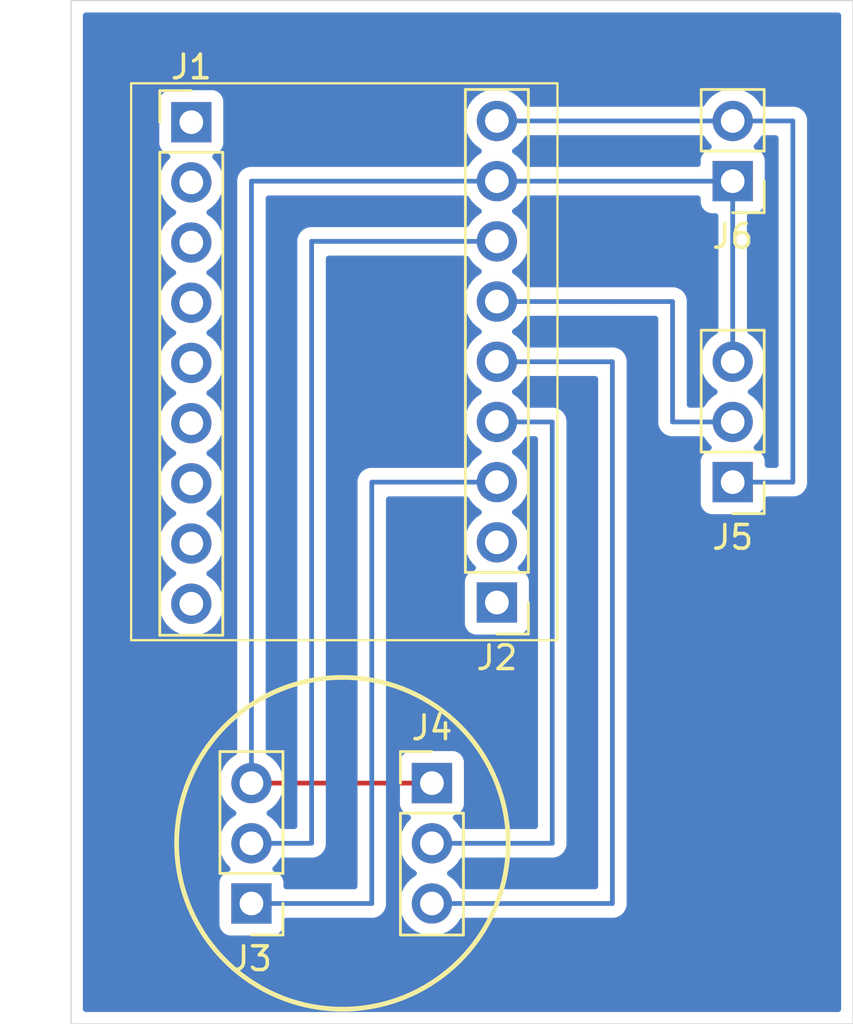
<source format=kicad_pcb>
(kicad_pcb (version 20240108) (generator "pcbnew") (generator_version "8.0")
  (layers (0 "F.Cu" signal) (31 "B.Cu" signal) (34 "B.Paste" user) (35 "F.Paste" user) (36 "B.SilkS" user "B.Silkscreen") (37 "F.SilkS" user "F.Silkscreen") (38 "B.Mask" user) (39 "F.Mask" user) (44 "Edge.Cuts" user))
  (net 0 "")
  (net 1 "/TX")
  (net 2 "/RX")
  (net 3 "/3")
  (net 4 "/4")
  (net 5 "/7")
  (net 6 "/5")
  (net 7 "/1")
  (net 8 "/6")
  (net 9 "/2")
  (net 10 "/8")
  (net 11 "/5V")
  (net 12 "/13")
  (net 13 "/GND")
  (net 14 "/10")
  (net 15 "/11")
  (net 16 "/9")
  (net 17 "/3V3")
  (net 18 "/12")
  (footprint "Connector_PinHeader_2.54mm:PinHeader_1x03_P2.54mm_Vertical" (layer "F.Cu") (at 127 83.82 180)
    (property "Reference" "J5" (at 0 -2.33 180) (layer "F.SilkS"))
    (property "Value" "Tira LED")
    (fp_line (start 1.33 1.27) (end 1.33 6.41) (stroke (width 0.12)) (layer "F.SilkS"))
    (fp_line (start -1.33 6.41) (end 1.33 6.41) (stroke (width 0.12)) (layer "F.SilkS"))
    (fp_line (start -1.33 1.27) (end 1.33 1.27) (stroke (width 0.12)) (layer "F.SilkS"))
    (fp_line (start -1.33 1.27) (end -1.33 6.41) (stroke (width 0.12)) (layer "F.SilkS"))
    (fp_line (start -1.33 0) (end -1.33 -1.33) (stroke (width 0.12)) (layer "F.SilkS"))
    (fp_line (start -1.33 -1.33) (end 0 -1.33) (stroke (width 0.12)) (layer "F.SilkS"))
    (pad "1" thru_hole rect (at 0 0 180) (size 1.7 1.7) (drill 1) (layers "*.Cu" "*.Mask") (net 11 "/5V"))
    (pad "2" thru_hole oval (at 0 2.54 180) (size 1.7 1.7) (drill 1) (layers "*.Cu" "*.Mask") (net 12 "/13"))
    (pad "3" thru_hole oval (at 0 5.08 180) (size 1.7 1.7) (drill 1) (layers "*.Cu" "*.Mask") (net 13 "/GND"))
  )
  (footprint "Connector_PinHeader_2.54mm:PinHeader_1x02_P2.54mm_Vertical" (layer "F.Cu") (at 127 71.12 180)
    (property "Reference" "J6" (at 0 -2.33 180) (layer "F.SilkS"))
    (property "Value" "Alimentacion")
    (fp_line (start 1.33 1.27) (end 1.33 3.87) (stroke (width 0.12)) (layer "F.SilkS"))
    (fp_line (start -1.33 3.87) (end 1.33 3.87) (stroke (width 0.12)) (layer "F.SilkS"))
    (fp_line (start -1.33 1.27) (end 1.33 1.27) (stroke (width 0.12)) (layer "F.SilkS"))
    (fp_line (start -1.33 1.27) (end -1.33 3.87) (stroke (width 0.12)) (layer "F.SilkS"))
    (fp_line (start -1.33 0) (end -1.33 -1.33) (stroke (width 0.12)) (layer "F.SilkS"))
    (fp_line (start -1.33 -1.33) (end 0 -1.33) (stroke (width 0.12)) (layer "F.SilkS"))
    (pad "1" thru_hole rect (at 0 0 180) (size 1.7 1.7) (drill 1) (layers "*.Cu" "*.Mask") (net 13 "/GND"))
    (pad "2" thru_hole oval (at 0 2.54 180) (size 1.7 1.7) (drill 1) (layers "*.Cu" "*.Mask") (net 11 "/5V"))
  )
  (footprint "Connector_PinHeader_2.54mm:PinHeader_1x03_P2.54mm_Vertical" (layer "F.Cu") (at 114.3 96.52)
    (property "Reference" "J4" (at 0 -2.33 0) (layer "F.SilkS"))
    (property "Value" "INMP4144 D")
    (fp_line (start -1.33 -1.33) (end 0 -1.33) (stroke (width 0.12)) (layer "F.SilkS"))
    (fp_line (start -1.33 0) (end -1.33 -1.33) (stroke (width 0.12)) (layer "F.SilkS"))
    (fp_line (start -1.33 1.27) (end -1.33 6.41) (stroke (width 0.12)) (layer "F.SilkS"))
    (fp_line (start -1.33 1.27) (end 1.33 1.27) (stroke (width 0.12)) (layer "F.SilkS"))
    (fp_line (start -1.33 6.41) (end 1.33 6.41) (stroke (width 0.12)) (layer "F.SilkS"))
    (fp_line (start 1.33 1.27) (end 1.33 6.41) (stroke (width 0.12)) (layer "F.SilkS"))
    (pad "1" thru_hole rect (at 0 0) (size 1.7 1.7) (drill 1) (layers "*.Cu" "*.Mask") (net 13 "/GND"))
    (pad "2" thru_hole oval (at 0 2.54) (size 1.7 1.7) (drill 1) (layers "*.Cu" "*.Mask") (net 15 "/11"))
    (pad "3" thru_hole oval (at 0 5.08) (size 1.7 1.7) (drill 1) (layers "*.Cu" "*.Mask") (net 18 "/12"))
  )
  (footprint "Connector_PinHeader_2.54mm:PinHeader_1x03_P2.54mm_Vertical" (layer "F.Cu") (at 106.68 101.6 180)
    (property "Reference" "J3" (at 0 -2.33 180) (layer "F.SilkS"))
    (property "Value" "INMP4144 I")
    (fp_line (start 1.33 1.27) (end 1.33 6.41) (stroke (width 0.12)) (layer "F.SilkS"))
    (fp_line (start -1.33 6.41) (end 1.33 6.41) (stroke (width 0.12)) (layer "F.SilkS"))
    (fp_line (start -1.33 1.27) (end 1.33 1.27) (stroke (width 0.12)) (layer "F.SilkS"))
    (fp_line (start -1.33 1.27) (end -1.33 6.41) (stroke (width 0.12)) (layer "F.SilkS"))
    (fp_line (start -1.33 0) (end -1.33 -1.33) (stroke (width 0.12)) (layer "F.SilkS"))
    (fp_line (start -1.33 -1.33) (end 0 -1.33) (stroke (width 0.12)) (layer "F.SilkS"))
    (pad "1" thru_hole rect (at 0 0 180) (size 1.7 1.7) (drill 1) (layers "*.Cu" "*.Mask") (net 14 "/10"))
    (pad "2" thru_hole oval (at 0 2.54 180) (size 1.7 1.7) (drill 1) (layers "*.Cu" "*.Mask") (net 17 "/3V3"))
    (pad "3" thru_hole oval (at 0 5.08 180) (size 1.7 1.7) (drill 1) (layers "*.Cu" "*.Mask") (net 13 "/GND"))
  )
  (footprint "Connector_PinHeader_2.54mm:PinHeader_1x09_P2.54mm_Vertical" (layer "F.Cu") (at 104.14 68.6308)
    (property "Reference" "J1" (at 0 -2.33 0) (layer "F.SilkS"))
    (property "Value" "ESP32S3 SuperMini I")
    (fp_line (start -1.33 -1.33) (end 0 -1.33) (stroke (width 0.12)) (layer "F.SilkS"))
    (fp_line (start -1.33 0) (end -1.33 -1.33) (stroke (width 0.12)) (layer "F.SilkS"))
    (fp_line (start -1.33 1.27) (end -1.33 21.65) (stroke (width 0.12)) (layer "F.SilkS"))
    (fp_line (start -1.33 1.27) (end 1.33 1.27) (stroke (width 0.12)) (layer "F.SilkS"))
    (fp_line (start -1.33 21.65) (end 1.33 21.65) (stroke (width 0.12)) (layer "F.SilkS"))
    (fp_line (start 1.33 1.27) (end 1.33 21.65) (stroke (width 0.12)) (layer "F.SilkS"))
    (pad "1" thru_hole rect (at 0 0) (size 1.7 1.7) (drill 1) (layers "*.Cu" "*.Mask") (net 1 "/TX"))
    (pad "2" thru_hole oval (at 0 2.54) (size 1.7 1.7) (drill 1) (layers "*.Cu" "*.Mask") (net 2 "/RX"))
    (pad "3" thru_hole oval (at 0 5.08) (size 1.7 1.7) (drill 1) (layers "*.Cu" "*.Mask") (net 7 "/1"))
    (pad "4" thru_hole oval (at 0 7.62) (size 1.7 1.7) (drill 1) (layers "*.Cu" "*.Mask") (net 9 "/2"))
    (pad "5" thru_hole oval (at 0 10.16) (size 1.7 1.7) (drill 1) (layers "*.Cu" "*.Mask") (net 3 "/3"))
    (pad "6" thru_hole oval (at 0 12.7) (size 1.7 1.7) (drill 1) (layers "*.Cu" "*.Mask") (net 4 "/4"))
    (pad "7" thru_hole oval (at 0 15.24) (size 1.7 1.7) (drill 1) (layers "*.Cu" "*.Mask") (net 6 "/5"))
    (pad "8" thru_hole oval (at 0 17.78) (size 1.7 1.7) (drill 1) (layers "*.Cu" "*.Mask") (net 8 "/6"))
    (pad "9" thru_hole oval (at 0 20.32) (size 1.7 1.7) (drill 1) (layers "*.Cu" "*.Mask") (net 5 "/7"))
  )
  (footprint "Connector_PinHeader_2.54mm:PinHeader_1x09_P2.54mm_Vertical" (layer "F.Cu") (at 117.0432 88.9 180)
    (property "Reference" "J2" (at 0 -2.33 180) (layer "F.SilkS"))
    (property "Value" "ESP32S3 SuperMini D")
    (fp_line (start 1.33 1.27) (end 1.33 21.65) (stroke (width 0.12)) (layer "F.SilkS"))
    (fp_line (start -1.33 21.65) (end 1.33 21.65) (stroke (width 0.12)) (layer "F.SilkS"))
    (fp_line (start -1.33 1.27) (end 1.33 1.27) (stroke (width 0.12)) (layer "F.SilkS"))
    (fp_line (start -1.33 1.27) (end -1.33 21.65) (stroke (width 0.12)) (layer "F.SilkS"))
    (fp_line (start -1.33 0) (end -1.33 -1.33) (stroke (width 0.12)) (layer "F.SilkS"))
    (fp_line (start -1.33 -1.33) (end 0 -1.33) (stroke (width 0.12)) (layer "F.SilkS"))
    (pad "1" thru_hole rect (at 0 0 180) (size 1.7 1.7) (drill 1) (layers "*.Cu" "*.Mask") (net 10 "/8"))
    (pad "2" thru_hole oval (at 0 2.54 180) (size 1.7 1.7) (drill 1) (layers "*.Cu" "*.Mask") (net 16 "/9"))
    (pad "3" thru_hole oval (at 0 5.08 180) (size 1.7 1.7) (drill 1) (layers "*.Cu" "*.Mask") (net 14 "/10"))
    (pad "4" thru_hole oval (at 0 7.62 180) (size 1.7 1.7) (drill 1) (layers "*.Cu" "*.Mask") (net 15 "/11"))
    (pad "5" thru_hole oval (at 0 10.16 180) (size 1.7 1.7) (drill 1) (layers "*.Cu" "*.Mask") (net 18 "/12"))
    (pad "6" thru_hole oval (at 0 12.7 180) (size 1.7 1.7) (drill 1) (layers "*.Cu" "*.Mask") (net 12 "/13"))
    (pad "7" thru_hole oval (at 0 15.24 180) (size 1.7 1.7) (drill 1) (layers "*.Cu" "*.Mask") (net 17 "/3V3"))
    (pad "8" thru_hole oval (at 0 17.78 180) (size 1.7 1.7) (drill 1) (layers "*.Cu" "*.Mask") (net 13 "/GND"))
    (pad "9" thru_hole oval (at 0 20.32 180) (size 1.7 1.7) (drill 1) (layers "*.Cu" "*.Mask") (net 11 "/5V"))
  )
  (gr_rect (start 101.6 66.99) (end 119.6 90.49) (stroke (width 0.1)) (fill none) (layer "F.SilkS"))
  (gr_circle (center 110.52 99.06) (end 117.52 99.06) (stroke (width 0.2)) (fill none) (layer "F.SilkS"))
  (gr_rect (start 99.06 63.5) (end 132.08 106.68) (stroke (width 0.05)) (fill none) (layer "Edge.Cuts"))
  (segment (start 129.54 83.82) (end 129.54 68.58) (width 0.2) (layer "B.Cu") (net 11))
  (segment (start 127 68.58) (end 117.0432 68.58) (width 0.2) (layer "B.Cu") (net 11))
  (segment (start 127 83.82) (end 129.54 83.82) (width 0.2) (layer "B.Cu") (net 11))
  (segment (start 129.54 68.58) (end 127 68.58) (width 0.2) (layer "B.Cu") (net 11))
  (segment (start 124.46 81.28) (end 127 81.28) (width 0.2) (layer "B.Cu") (net 12))
  (segment (start 124.46 76.2) (end 124.46 81.28) (width 0.2) (layer "B.Cu") (net 12))
  (segment (start 121.92 76.2) (end 117.0432 76.2) (width 0.2) (layer "B.Cu") (net 12))
  (segment (start 121.92 76.2) (end 124.46 76.2) (width 0.2) (layer "B.Cu") (net 12))
  (segment (start 114.3 96.52) (end 106.68 96.52) (width 0.2) (layer "F.Cu") (net 13))
  (segment (start 127 71.12) (end 117.0432 71.12) (width 0.2) (layer "B.Cu") (net 13))
  (segment (start 127 71.12) (end 127 78.74) (width 0.2) (layer "B.Cu") (net 13))
  (segment (start 106.68 96.52) (end 106.68 71.12) (width 0.2) (layer "B.Cu") (net 13))
  (segment (start 106.68 71.12) (end 117.0432 71.12) (width 0.2) (layer "B.Cu") (net 13))
  (segment (start 111.76 83.82) (end 111.76 101.6) (width 0.2) (layer "B.Cu") (net 14))
  (segment (start 111.76 101.6) (end 106.68 101.6) (width 0.2) (layer "B.Cu") (net 14))
  (segment (start 117.0432 83.82) (end 111.76 83.82) (width 0.2) (layer "B.Cu") (net 14))
  (segment (start 119.38 99.06) (end 119.38 81.28) (width 0.2) (layer "B.Cu") (net 15))
  (segment (start 119.38 81.28) (end 117.0432 81.28) (width 0.2) (layer "B.Cu") (net 15))
  (segment (start 119.38 99.06) (end 114.3 99.06) (width 0.2) (layer "B.Cu") (net 15))
  (segment (start 109.22 73.66) (end 109.22 99.06) (width 0.2) (layer "B.Cu") (net 17))
  (segment (start 117.0432 73.66) (end 109.22 73.66) (width 0.2) (layer "B.Cu") (net 17))
  (segment (start 109.22 99.06) (end 106.68 99.06) (width 0.2) (layer "B.Cu") (net 17))
  (segment (start 117.0432 78.74) (end 121.92 78.74) (width 0.2) (layer "B.Cu") (net 18))
  (segment (start 121.92 101.6) (end 114.3 101.6) (width 0.2) (layer "B.Cu") (net 18))
  (segment (start 121.92 78.74) (end 121.92 101.6) (width 0.2) (layer "B.Cu") (net 18))
  (zone (net 0) (net_name "") (layer "B.Cu") (connect_pads (clearance 0.5)) (min_thickness 0.25) (fill yes (thermal_gap 0.5) (thermal_bridge_width 0.5) (island_removal_mode 1) (island_area_min 10))
    (polygon (pts (xy 132.08 106.68) (xy 132.08 63.5) (xy 99.06 63.5) (xy 99.06 106.68)))
  )
)
</source>
